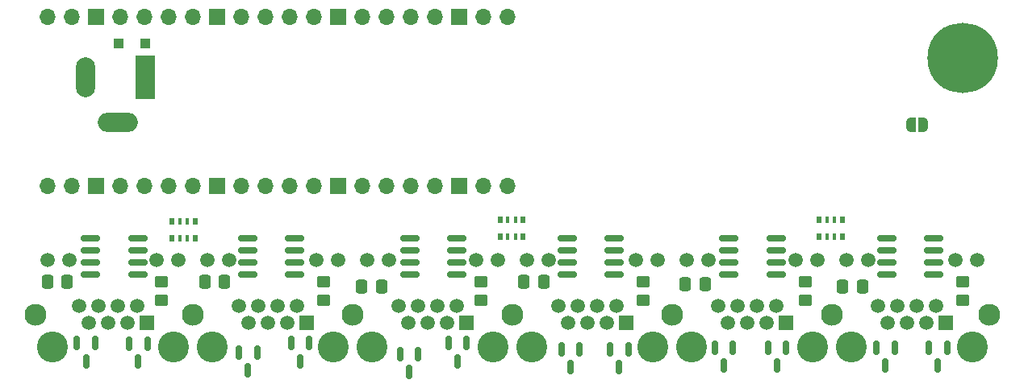
<source format=gbs>
%TF.GenerationSoftware,KiCad,Pcbnew,7.0.1*%
%TF.CreationDate,2023-11-21T14:19:22-06:00*%
%TF.ProjectId,Pico Hub V1,5069636f-2048-4756-9220-56312e6b6963,rev?*%
%TF.SameCoordinates,Original*%
%TF.FileFunction,Soldermask,Bot*%
%TF.FilePolarity,Negative*%
%FSLAX46Y46*%
G04 Gerber Fmt 4.6, Leading zero omitted, Abs format (unit mm)*
G04 Created by KiCad (PCBNEW 7.0.1) date 2023-11-21 14:19:22*
%MOMM*%
%LPD*%
G01*
G04 APERTURE LIST*
G04 Aperture macros list*
%AMRoundRect*
0 Rectangle with rounded corners*
0 $1 Rounding radius*
0 $2 $3 $4 $5 $6 $7 $8 $9 X,Y pos of 4 corners*
0 Add a 4 corners polygon primitive as box body*
4,1,4,$2,$3,$4,$5,$6,$7,$8,$9,$2,$3,0*
0 Add four circle primitives for the rounded corners*
1,1,$1+$1,$2,$3*
1,1,$1+$1,$4,$5*
1,1,$1+$1,$6,$7*
1,1,$1+$1,$8,$9*
0 Add four rect primitives between the rounded corners*
20,1,$1+$1,$2,$3,$4,$5,0*
20,1,$1+$1,$4,$5,$6,$7,0*
20,1,$1+$1,$6,$7,$8,$9,0*
20,1,$1+$1,$8,$9,$2,$3,0*%
%AMFreePoly0*
4,1,19,0.500000,-0.750000,0.000000,-0.750000,0.000000,-0.744911,-0.071157,-0.744911,-0.207708,-0.704816,-0.327430,-0.627875,-0.420627,-0.520320,-0.479746,-0.390866,-0.500000,-0.250000,-0.500000,0.250000,-0.479746,0.390866,-0.420627,0.520320,-0.327430,0.627875,-0.207708,0.704816,-0.071157,0.744911,0.000000,0.744911,0.000000,0.750000,0.500000,0.750000,0.500000,-0.750000,0.500000,-0.750000,
$1*%
%AMFreePoly1*
4,1,19,0.000000,0.744911,0.071157,0.744911,0.207708,0.704816,0.327430,0.627875,0.420627,0.520320,0.479746,0.390866,0.500000,0.250000,0.500000,-0.250000,0.479746,-0.390866,0.420627,-0.520320,0.327430,-0.627875,0.207708,-0.704816,0.071157,-0.744911,0.000000,-0.744911,0.000000,-0.750000,-0.500000,-0.750000,-0.500000,0.750000,0.000000,0.750000,0.000000,0.744911,0.000000,0.744911,
$1*%
G04 Aperture macros list end*
%ADD10C,0.800000*%
%ADD11C,7.400000*%
%ADD12C,3.250000*%
%ADD13R,1.500000X1.500000*%
%ADD14C,1.500000*%
%ADD15C,2.300000*%
%ADD16O,1.700000X1.700000*%
%ADD17R,1.700000X1.700000*%
%ADD18R,0.500000X0.800000*%
%ADD19R,0.400000X0.800000*%
%ADD20RoundRect,0.150000X-0.825000X-0.150000X0.825000X-0.150000X0.825000X0.150000X-0.825000X0.150000X0*%
%ADD21RoundRect,0.250000X-0.450000X0.350000X-0.450000X-0.350000X0.450000X-0.350000X0.450000X0.350000X0*%
%ADD22FreePoly0,0.000000*%
%ADD23FreePoly1,0.000000*%
%ADD24O,4.200000X2.000000*%
%ADD25O,2.000000X4.200000*%
%ADD26R,2.000000X4.600000*%
%ADD27RoundRect,0.150000X-0.150000X0.587500X-0.150000X-0.587500X0.150000X-0.587500X0.150000X0.587500X0*%
%ADD28RoundRect,0.250000X-0.300000X-0.300000X0.300000X-0.300000X0.300000X0.300000X-0.300000X0.300000X0*%
%ADD29RoundRect,0.250000X-0.337500X-0.475000X0.337500X-0.475000X0.337500X0.475000X-0.337500X0.475000X0*%
G04 APERTURE END LIST*
D10*
%TO.C,H1*%
X123225000Y-80000000D03*
D11*
X126000000Y-80000000D03*
D10*
X126000000Y-77225000D03*
X124037779Y-78037779D03*
X124037779Y-81962221D03*
X126000000Y-82775000D03*
X127962221Y-81962221D03*
X128775000Y-80000000D03*
X127962221Y-78037779D03*
%TD*%
D12*
%TO.C,J1*%
X30520000Y-110430000D03*
X43220000Y-110430000D03*
D13*
X40430000Y-107890000D03*
D14*
X39414000Y-106110000D03*
X38398000Y-107890000D03*
X37382000Y-106110000D03*
X36366000Y-107890000D03*
X35350000Y-106110000D03*
X34334000Y-107890000D03*
X33318000Y-106110000D03*
X43730000Y-101290000D03*
X41440000Y-101290000D03*
X32300000Y-101290000D03*
X30010000Y-101290000D03*
D15*
X28740000Y-107000000D03*
%TD*%
D16*
%TO.C,U1*%
X30000000Y-93500000D03*
X32540000Y-93500000D03*
D17*
X35080000Y-93500000D03*
D16*
X37620000Y-93500000D03*
X40160000Y-93500000D03*
X42700000Y-93500000D03*
X45240000Y-93500000D03*
D17*
X47780000Y-93500000D03*
D16*
X50320000Y-93500000D03*
X52860000Y-93500000D03*
X55400000Y-93500000D03*
X57940000Y-93500000D03*
D17*
X60480000Y-93500000D03*
D16*
X63020000Y-93500000D03*
X65560000Y-93500000D03*
X68100000Y-93500000D03*
X70640000Y-93500000D03*
D17*
X73180000Y-93500000D03*
D16*
X75720000Y-93500000D03*
X78260000Y-93500000D03*
X78260000Y-75720000D03*
X75720000Y-75720000D03*
D17*
X73180000Y-75720000D03*
D16*
X70640000Y-75720000D03*
X68100000Y-75720000D03*
X65560000Y-75720000D03*
X63020000Y-75720000D03*
D17*
X60480000Y-75720000D03*
D16*
X57940000Y-75720000D03*
X55400000Y-75720000D03*
X52860000Y-75720000D03*
X50320000Y-75720000D03*
D17*
X47780000Y-75720000D03*
D16*
X45240000Y-75720000D03*
X42700000Y-75720000D03*
X40160000Y-75720000D03*
X37620000Y-75720000D03*
D17*
X35080000Y-75720000D03*
D16*
X32540000Y-75720000D03*
X30000000Y-75720000D03*
%TD*%
D18*
%TO.C,RN1*%
X77500000Y-97000000D03*
D19*
X78300000Y-97000000D03*
X79100000Y-97000000D03*
D18*
X79900000Y-97000000D03*
X79900000Y-98800000D03*
D19*
X79100000Y-98800000D03*
X78300000Y-98800000D03*
D18*
X77500000Y-98800000D03*
%TD*%
D20*
%TO.C,U5*%
X72975000Y-102810000D03*
X72975000Y-101540000D03*
X72975000Y-100270000D03*
X72975000Y-99000000D03*
X68025000Y-99000000D03*
X68025000Y-100270000D03*
X68025000Y-101540000D03*
X68025000Y-102810000D03*
%TD*%
D18*
%TO.C,RN2*%
X111000000Y-97000000D03*
D19*
X111800000Y-97000000D03*
X112600000Y-97000000D03*
D18*
X113400000Y-97000000D03*
X113400000Y-98800000D03*
D19*
X112600000Y-98800000D03*
X111800000Y-98800000D03*
D18*
X111000000Y-98800000D03*
%TD*%
%TO.C,RN4*%
X43100000Y-99000000D03*
D19*
X43900000Y-99000000D03*
X44700000Y-99000000D03*
D18*
X45500000Y-99000000D03*
X45500000Y-97200000D03*
D19*
X44700000Y-97200000D03*
X43900000Y-97200000D03*
D18*
X43100000Y-97200000D03*
%TD*%
D20*
%TO.C,U7*%
X106450000Y-102810000D03*
X106450000Y-101540000D03*
X106450000Y-100270000D03*
X106450000Y-99000000D03*
X101500000Y-99000000D03*
X101500000Y-100270000D03*
X101500000Y-101540000D03*
X101500000Y-102810000D03*
%TD*%
%TO.C,U6*%
X118050000Y-102810000D03*
X118050000Y-101540000D03*
X118050000Y-100270000D03*
X118050000Y-99000000D03*
X123000000Y-99000000D03*
X123000000Y-100270000D03*
X123000000Y-101540000D03*
X123000000Y-102810000D03*
%TD*%
%TO.C,U4*%
X89500000Y-102810000D03*
X89500000Y-101540000D03*
X89500000Y-100270000D03*
X89500000Y-99000000D03*
X84550000Y-99000000D03*
X84550000Y-100270000D03*
X84550000Y-101540000D03*
X84550000Y-102810000D03*
%TD*%
%TO.C,U3*%
X55950000Y-102810000D03*
X55950000Y-101540000D03*
X55950000Y-100270000D03*
X55950000Y-99000000D03*
X51000000Y-99000000D03*
X51000000Y-100270000D03*
X51000000Y-101540000D03*
X51000000Y-102810000D03*
%TD*%
%TO.C,U2*%
X39475000Y-102770000D03*
X39475000Y-101500000D03*
X39475000Y-100230000D03*
X39475000Y-98960000D03*
X34525000Y-98960000D03*
X34525000Y-100230000D03*
X34525000Y-101500000D03*
X34525000Y-102770000D03*
%TD*%
D21*
%TO.C,R6*%
X109500000Y-103500000D03*
X109500000Y-105500000D03*
%TD*%
%TO.C,R5*%
X126000000Y-103500000D03*
X126000000Y-105500000D03*
%TD*%
%TO.C,R4*%
X75500000Y-103500000D03*
X75500000Y-105500000D03*
%TD*%
%TO.C,R3*%
X92500000Y-103500000D03*
X92500000Y-105500000D03*
%TD*%
%TO.C,R2*%
X59000000Y-105500000D03*
X59000000Y-103500000D03*
%TD*%
%TO.C,R1*%
X42000000Y-105500000D03*
X42000000Y-103500000D03*
%TD*%
D22*
%TO.C,JP1*%
X120600000Y-87000000D03*
D23*
X121900000Y-87000000D03*
%TD*%
D12*
%TO.C,J7*%
X97560000Y-110430000D03*
X110260000Y-110430000D03*
D13*
X107470000Y-107890000D03*
D14*
X106454000Y-106110000D03*
X105438000Y-107890000D03*
X104422000Y-106110000D03*
X103406000Y-107890000D03*
X102390000Y-106110000D03*
X101374000Y-107890000D03*
X100358000Y-106110000D03*
X110770000Y-101290000D03*
X108480000Y-101290000D03*
X99340000Y-101290000D03*
X97050000Y-101290000D03*
D15*
X95530000Y-107000000D03*
%TD*%
%TO.C,J6*%
X112290000Y-107000000D03*
X128800000Y-107000000D03*
D14*
X113810000Y-101290000D03*
X116100000Y-101290000D03*
X125240000Y-101290000D03*
X127530000Y-101290000D03*
X117118000Y-106110000D03*
X118134000Y-107890000D03*
X119150000Y-106110000D03*
X120166000Y-107890000D03*
X121182000Y-106110000D03*
X122198000Y-107890000D03*
X123214000Y-106110000D03*
D13*
X124230000Y-107890000D03*
D12*
X127020000Y-110430000D03*
X114320000Y-110430000D03*
%TD*%
D15*
%TO.C,J5*%
X62010000Y-107000000D03*
D14*
X63530000Y-101290000D03*
X65820000Y-101290000D03*
X74960000Y-101290000D03*
X77250000Y-101290000D03*
X66838000Y-106110000D03*
X67854000Y-107890000D03*
X68870000Y-106110000D03*
X69886000Y-107890000D03*
X70902000Y-106110000D03*
X71918000Y-107890000D03*
X72934000Y-106110000D03*
D13*
X73950000Y-107890000D03*
D12*
X76740000Y-110430000D03*
X64040000Y-110430000D03*
%TD*%
D15*
%TO.C,J4*%
X78770000Y-107000000D03*
D14*
X80290000Y-101290000D03*
X82580000Y-101290000D03*
X91720000Y-101290000D03*
X94010000Y-101290000D03*
X83598000Y-106110000D03*
X84614000Y-107890000D03*
X85630000Y-106110000D03*
X86646000Y-107890000D03*
X87662000Y-106110000D03*
X88678000Y-107890000D03*
X89694000Y-106110000D03*
D13*
X90710000Y-107890000D03*
D12*
X93500000Y-110430000D03*
X80800000Y-110430000D03*
%TD*%
%TO.C,J3*%
X47280000Y-110430000D03*
X59980000Y-110430000D03*
D13*
X57190000Y-107890000D03*
D14*
X56174000Y-106110000D03*
X55158000Y-107890000D03*
X54142000Y-106110000D03*
X53126000Y-107890000D03*
X52110000Y-106110000D03*
X51094000Y-107890000D03*
X50078000Y-106110000D03*
X60490000Y-101290000D03*
X58200000Y-101290000D03*
X49060000Y-101290000D03*
X46770000Y-101290000D03*
D15*
X45250000Y-107000000D03*
%TD*%
D24*
%TO.C,J2*%
X37400000Y-86800000D03*
D25*
X34000000Y-82000000D03*
D26*
X40300000Y-82000000D03*
%TD*%
D27*
%TO.C,D13*%
X100050000Y-110500000D03*
X101950000Y-110500000D03*
X101000000Y-112375000D03*
%TD*%
%TO.C,D12*%
X105600000Y-110500000D03*
X107500000Y-110500000D03*
X106550000Y-112375000D03*
%TD*%
%TO.C,D11*%
X117950000Y-112375000D03*
X118900000Y-110500000D03*
X117000000Y-110500000D03*
%TD*%
%TO.C,D10*%
X123450000Y-112375000D03*
X124400000Y-110500000D03*
X122500000Y-110500000D03*
%TD*%
%TO.C,D9*%
X67000000Y-111125000D03*
X68900000Y-111125000D03*
X67950000Y-113000000D03*
%TD*%
%TO.C,D8*%
X72100000Y-110000000D03*
X74000000Y-110000000D03*
X73050000Y-111875000D03*
%TD*%
%TO.C,D7*%
X83950000Y-110625000D03*
X85850000Y-110625000D03*
X84900000Y-112500000D03*
%TD*%
%TO.C,D6*%
X89050000Y-110625000D03*
X90950000Y-110625000D03*
X90000000Y-112500000D03*
%TD*%
%TO.C,D5*%
X51050000Y-112875000D03*
X52000000Y-111000000D03*
X50100000Y-111000000D03*
%TD*%
%TO.C,D4*%
X56550000Y-111875000D03*
X57500000Y-110000000D03*
X55600000Y-110000000D03*
%TD*%
D28*
%TO.C,D3*%
X40300000Y-78500000D03*
X37500000Y-78500000D03*
%TD*%
D27*
%TO.C,D2*%
X33100000Y-110000000D03*
X35000000Y-110000000D03*
X34050000Y-111875000D03*
%TD*%
%TO.C,D1*%
X39550000Y-111937500D03*
X40500000Y-110062500D03*
X38600000Y-110062500D03*
%TD*%
D29*
%TO.C,C6*%
X99000000Y-103750000D03*
X96925000Y-103750000D03*
%TD*%
%TO.C,C5*%
X113425000Y-104000000D03*
X115500000Y-104000000D03*
%TD*%
%TO.C,C4*%
X63000000Y-104000000D03*
X65075000Y-104000000D03*
%TD*%
%TO.C,C3*%
X80000000Y-103500000D03*
X82075000Y-103500000D03*
%TD*%
%TO.C,C2*%
X48575000Y-103500000D03*
X46500000Y-103500000D03*
%TD*%
%TO.C,C1*%
X30000000Y-103500000D03*
X32075000Y-103500000D03*
%TD*%
M02*

</source>
